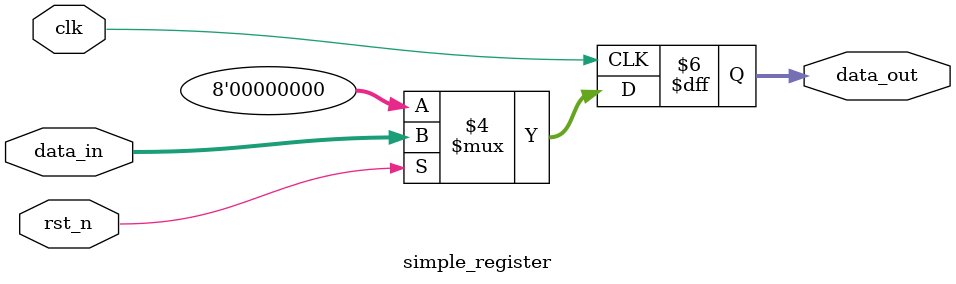
<source format=sv>
module simple_register (
    input  logic        clk,
    input  logic        rst_n,
    input  logic [7:0]  data_in,
    output logic [7:0]  data_out
);

    always_ff @(posedge clk) begin
        if (!rst_n)
            data_out <= 8'b0;
        else
            data_out <= data_in;
    end

endmodule
</source>
